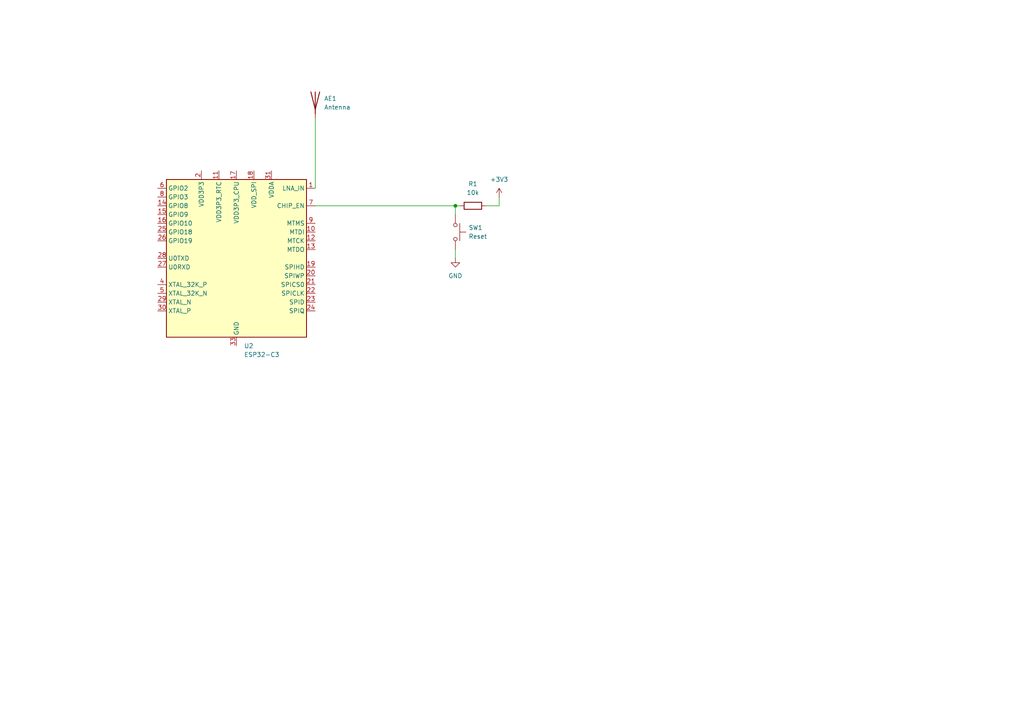
<source format=kicad_sch>
(kicad_sch (version 20231120) (generator "eeschema") (generator_version "8.0")
  (paper "A4")
  (lib_symbols
    (symbol "Device:Antenna" (pin_numbers hide) (pin_names (offset 1.016) hide)
      (property "Reference" "AE" (at -1.905 1.905 0))
      (property "Value" "Antenna" (at -1.905 0 0))
      (symbol "Antenna_0_1"
        (polyline (pts (xy 0 2.54) (xy 0 -3.81)) (stroke (width 0.254)))
        (polyline (pts (xy 1.27 2.54) (xy 0 -2.54) (xy -1.27 2.54)) (stroke (width 0.254)))
      )
      (symbol "Antenna_1_1"
        (pin input line (at 0 -5.08 90) (length 2.54) (name "A") (number "1"))
      )
    )
    (symbol "Device:R" (pin_numbers hide) (pin_names (offset 0))
      (property "Reference" "R" (at 2.032 0 90))
      (property "Value" "R" (at 0 0 90))
      (symbol "R_0_1"
        (rectangle (start -1.016 -2.54) (end 1.016 2.54) (stroke (width 0.254)))
      )
      (symbol "R_1_1"
        (pin passive line (at 0 3.81 270) (length 1.27) (name "~") (number "1"))
        (pin passive line (at 0 -3.81 90) (length 1.27) (name "~") (number "2"))
      )
    )
    (symbol "MCU_Espressif:ESP32-C3"
      (property "Reference" "U" (at -17.272 23.876 0))
      (property "Value" "ESP32-C3" (at 16.256 23.876 0))
      (symbol "ESP32-C3_1_1"
        (rectangle (start -20.32 22.86) (end 20.32 -22.86) (stroke (width 0.254)) (fill (type background)))
        (pin bidirectional line (at 22.86 20.32 180) (length 2.54) (name "LNA_IN") (number "1"))
        (pin bidirectional line (at 22.86 7.62 180) (length 2.54) (name "MTDI") (number "10"))
        (pin power_in line (at -5.08 25.4 270) (length 2.54) (name "VDD3P3_RTC") (number "11"))
        (pin bidirectional line (at 22.86 5.08 180) (length 2.54) (name "MTCK") (number "12"))
        (pin bidirectional line (at 22.86 2.54 180) (length 2.54) (name "MTDO") (number "13"))
        (pin bidirectional line (at -22.86 15.24 0) (length 2.54) (name "GPIO8") (number "14"))
        (pin bidirectional line (at -22.86 12.7 0) (length 2.54) (name "GPIO9") (number "15"))
        (pin bidirectional line (at -22.86 10.16 0) (length 2.54) (name "GPIO10") (number "16"))
        (pin power_in line (at 0 25.4 270) (length 2.54) (name "VDD3P3_CPU") (number "17"))
        (pin power_out line (at 5.08 25.4 270) (length 2.54) (name "VDD_SPI") (number "18"))
        (pin bidirectional line (at 22.86 -2.54 180) (length 2.54) (name "SPIHD") (number "19"))
        (pin power_in line (at -10.16 25.4 270) (length 2.54) (name "VDD3P3") (number "2"))
        (pin bidirectional line (at 22.86 -5.08 180) (length 2.54) (name "SPIWP") (number "20"))
        (pin bidirectional line (at 22.86 -7.62 180) (length 2.54) (name "SPICS0") (number "21"))
        (pin bidirectional line (at 22.86 -10.16 180) (length 2.54) (name "SPICLK") (number "22"))
        (pin bidirectional line (at 22.86 -12.7 180) (length 2.54) (name "SPID") (number "23"))
        (pin bidirectional line (at 22.86 -15.24 180) (length 2.54) (name "SPIQ") (number "24"))
        (pin bidirectional line (at -22.86 7.62 0) (length 2.54) (name "GPIO18") (number "25"))
        (pin bidirectional line (at -22.86 5.08 0) (length 2.54) (name "GPIO19") (number "26"))
        (pin bidirectional line (at -22.86 -2.54 0) (length 2.54) (name "U0RXD") (number "27"))
        (pin bidirectional line (at -22.86 0 0) (length 2.54) (name "U0TXD") (number "28"))
        (pin bidirectional line (at -22.86 -12.7 0) (length 2.54) (name "XTAL_N") (number "29"))
        (pin passive line (at -10.16 25.4 270) (length 2.54) hide (name "VDD3P3") (number "3"))
        (pin bidirectional line (at -22.86 -15.24 0) (length 2.54) (name "XTAL_P") (number "30"))
        (pin power_in line (at 10.16 25.4 270) (length 2.54) (name "VDDA") (number "31"))
        (pin passive line (at 10.16 25.4 270) (length 2.54) hide (name "VDDA") (number "32"))
        (pin power_in line (at 0 -25.4 90) (length 2.54) (name "GND") (number "33"))
        (pin bidirectional line (at -22.86 -7.62 0) (length 2.54) (name "XTAL_32K_P") (number "4"))
        (pin bidirectional line (at -22.86 -10.16 0) (length 2.54) (name "XTAL_32K_N") (number "5"))
        (pin bidirectional line (at -22.86 20.32 0) (length 2.54) (name "GPIO2") (number "6"))
        (pin bidirectional line (at 22.86 15.24 180) (length 2.54) (name "CHIP_EN") (number "7"))
        (pin bidirectional line (at -22.86 17.78 0) (length 2.54) (name "GPIO3") (number "8"))
        (pin bidirectional line (at 22.86 10.16 180) (length 2.54) (name "MTMS") (number "9"))
      )
    )
    (symbol "Switch:SW_Push" (pin_numbers hide) (pin_names (offset 1.016) hide)
      (property "Reference" "SW" (at 1.27 2.54 0))
      (property "Value" "SW_Push" (at 0 -1.524 0))
      (symbol "SW_Push_0_1"
        (circle (center -2.032 0) (radius 0.508))
        (polyline (pts (xy 0 1.27) (xy 0 3.048)))
        (polyline (pts (xy 2.54 1.27) (xy -2.54 1.27)))
        (circle (center 2.032 0) (radius 0.508))
        (pin passive line (at -5.08 0 0) (length 2.54) (name "1") (number "1"))
        (pin passive line (at 5.08 0 180) (length 2.54) (name "2") (number "2"))
      )
    )
    (symbol "power:+3V3" (power) (pin_numbers hide) (pin_names (offset 0) hide)
      (property "Value" "+3V3" (at 0 3.556 0))
      (symbol "+3V3_0_1"
        (polyline (pts (xy -0.762 1.27) (xy 0 2.54)))
        (polyline (pts (xy 0 0) (xy 0 2.54)))
        (polyline (pts (xy 0 2.54) (xy 0.762 1.27)))
      )
      (symbol "+3V3_1_1"
        (pin power_in line (at 0 0 90) (length 0) (name "~") (number "1"))
      )
    )
    (symbol "power:GND" (power) (pin_numbers hide) (pin_names (offset 0) hide)
      (property "Value" "GND" (at 0 -3.81 0))
      (symbol "GND_0_1"
        (polyline (pts (xy 0 0) (xy 0 -1.27) (xy 1.27 -1.27) (xy 0 -2.54) (xy -1.27 -1.27) (xy 0 -1.27)))
      )
      (symbol "GND_1_1"
        (pin power_in line (at 0 0 270) (length 0) (name "~") (number "1"))
      )
    )
  )
  (junction (at 132.08 59.69))
  (wire (pts (xy 144.78 59.69) (xy 140.97 59.69)))
  (wire (pts (xy 91.44 54.61) (xy 91.44 34.29)))
  (wire (pts (xy 144.78 57.15) (xy 144.78 59.69)))
  (wire (pts (xy 132.08 72.39) (xy 132.08 74.93)))
  (wire (pts (xy 91.44 59.69) (xy 132.08 59.69)))
  (wire (pts (xy 132.08 62.23) (xy 132.08 59.69)))
  (wire (pts (xy 132.08 59.69) (xy 133.35 59.69)))
  (symbol (lib_id "Device:Antenna") (at 91.44 29.21 0) (unit 1)
    (property "Reference" "AE1" (at 93.98 28.5749 0) (effects (justify left)))
    (property "Value" "Antenna" (at 93.98 31.1149 0) (effects (justify left)))
    (property "Description" "Antenna" (effects (hide yes)))
  )
  (symbol (lib_id "power:GND") (at 132.08 74.93 0) (unit 1)
    (property "Reference" "#PWR01" (effects (hide yes)))
    (property "Value" "GND" (at 132.08 80.01 0))
    (property "Description" "Power symbol creates a global label with name \"GND\" , ground" (effects (hide yes)))
  )
  (symbol (lib_id "Switch:SW_Push") (at 132.08 67.31 270) (unit 1)
    (property "Reference" "SW1" (at 135.89 66.0399 90) (effects (justify left)))
    (property "Value" "Reset" (at 135.89 68.5799 90) (effects (justify left)))
    (property "Description" "Push button switch, generic, two pins" (effects (hide yes)))
  )
  (symbol (lib_id "Device:R") (at 137.16 59.69 90) (unit 1)
    (property "Reference" "R1" (at 137.16 53.34 90))
    (property "Value" "10k" (at 137.16 55.88 90))
    (property "Description" "Resistor" (effects (hide yes)))
  )
  (symbol (lib_id "power:+3V3") (at 144.78 57.15 0) (unit 1)
    (property "Reference" "#PWR02" (effects (hide yes)))
    (property "Value" "+3V3" (at 144.78 52.07 0))
    (property "Description" "Power symbol creates a global label with name \"+3V3\"" (effects (hide yes)))
  )
  (symbol (lib_id "MCU_Espressif:ESP32-C3") (at 68.58 74.93 0) (unit 1)
    (property "Reference" "U2" (at 70.7741 100.33 0) (effects (justify left)))
    (property "Value" "ESP32-C3" (at 70.7741 102.87 0) (effects (justify left)))
    (property "Footprint" "Package_DFN_QFN:QFN-32-1EP_5x5mm_P0.5mm_EP3.7x3.7mm" (effects (hide yes)))
    (property "Datasheet" "https://www.espressif.com/sites/default/files/documentation/esp32-c3_datasheet_en.pdf" (effects (hide yes)))
    (property "Description" "RF Module, ESP32 SoC, RISC-V, WiFi 802.11b/n/g, Bluetooth LE 5, QFN32" (effects (hide yes)))
  )
)
</source>
